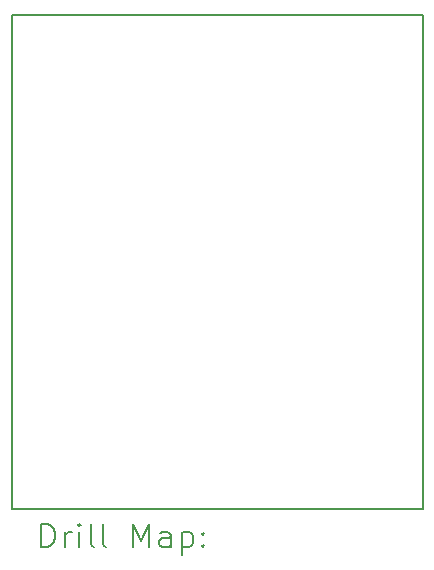
<source format=gbr>
%TF.GenerationSoftware,KiCad,Pcbnew,8.0.7-8.0.7-0~ubuntu22.04.1*%
%TF.CreationDate,2025-01-08T14:26:33-08:00*%
%TF.ProjectId,RFBackscatterV1,52464261-636b-4736-9361-747465725631,rev?*%
%TF.SameCoordinates,Original*%
%TF.FileFunction,Drillmap*%
%TF.FilePolarity,Positive*%
%FSLAX45Y45*%
G04 Gerber Fmt 4.5, Leading zero omitted, Abs format (unit mm)*
G04 Created by KiCad (PCBNEW 8.0.7-8.0.7-0~ubuntu22.04.1) date 2025-01-08 14:26:33*
%MOMM*%
%LPD*%
G01*
G04 APERTURE LIST*
%ADD10C,0.200000*%
G04 APERTURE END LIST*
D10*
X14640000Y-4500000D02*
X18123000Y-4500000D01*
X18123000Y-8686000D01*
X14640000Y-8686000D01*
X14640000Y-4500000D01*
X14890777Y-9007484D02*
X14890777Y-8807484D01*
X14890777Y-8807484D02*
X14938396Y-8807484D01*
X14938396Y-8807484D02*
X14966967Y-8817008D01*
X14966967Y-8817008D02*
X14986015Y-8836055D01*
X14986015Y-8836055D02*
X14995539Y-8855103D01*
X14995539Y-8855103D02*
X15005062Y-8893198D01*
X15005062Y-8893198D02*
X15005062Y-8921770D01*
X15005062Y-8921770D02*
X14995539Y-8959865D01*
X14995539Y-8959865D02*
X14986015Y-8978912D01*
X14986015Y-8978912D02*
X14966967Y-8997960D01*
X14966967Y-8997960D02*
X14938396Y-9007484D01*
X14938396Y-9007484D02*
X14890777Y-9007484D01*
X15090777Y-9007484D02*
X15090777Y-8874150D01*
X15090777Y-8912246D02*
X15100301Y-8893198D01*
X15100301Y-8893198D02*
X15109824Y-8883674D01*
X15109824Y-8883674D02*
X15128872Y-8874150D01*
X15128872Y-8874150D02*
X15147920Y-8874150D01*
X15214586Y-9007484D02*
X15214586Y-8874150D01*
X15214586Y-8807484D02*
X15205062Y-8817008D01*
X15205062Y-8817008D02*
X15214586Y-8826531D01*
X15214586Y-8826531D02*
X15224110Y-8817008D01*
X15224110Y-8817008D02*
X15214586Y-8807484D01*
X15214586Y-8807484D02*
X15214586Y-8826531D01*
X15338396Y-9007484D02*
X15319348Y-8997960D01*
X15319348Y-8997960D02*
X15309824Y-8978912D01*
X15309824Y-8978912D02*
X15309824Y-8807484D01*
X15443158Y-9007484D02*
X15424110Y-8997960D01*
X15424110Y-8997960D02*
X15414586Y-8978912D01*
X15414586Y-8978912D02*
X15414586Y-8807484D01*
X15671729Y-9007484D02*
X15671729Y-8807484D01*
X15671729Y-8807484D02*
X15738396Y-8950341D01*
X15738396Y-8950341D02*
X15805062Y-8807484D01*
X15805062Y-8807484D02*
X15805062Y-9007484D01*
X15986015Y-9007484D02*
X15986015Y-8902722D01*
X15986015Y-8902722D02*
X15976491Y-8883674D01*
X15976491Y-8883674D02*
X15957443Y-8874150D01*
X15957443Y-8874150D02*
X15919348Y-8874150D01*
X15919348Y-8874150D02*
X15900301Y-8883674D01*
X15986015Y-8997960D02*
X15966967Y-9007484D01*
X15966967Y-9007484D02*
X15919348Y-9007484D01*
X15919348Y-9007484D02*
X15900301Y-8997960D01*
X15900301Y-8997960D02*
X15890777Y-8978912D01*
X15890777Y-8978912D02*
X15890777Y-8959865D01*
X15890777Y-8959865D02*
X15900301Y-8940817D01*
X15900301Y-8940817D02*
X15919348Y-8931293D01*
X15919348Y-8931293D02*
X15966967Y-8931293D01*
X15966967Y-8931293D02*
X15986015Y-8921770D01*
X16081253Y-8874150D02*
X16081253Y-9074150D01*
X16081253Y-8883674D02*
X16100301Y-8874150D01*
X16100301Y-8874150D02*
X16138396Y-8874150D01*
X16138396Y-8874150D02*
X16157443Y-8883674D01*
X16157443Y-8883674D02*
X16166967Y-8893198D01*
X16166967Y-8893198D02*
X16176491Y-8912246D01*
X16176491Y-8912246D02*
X16176491Y-8969389D01*
X16176491Y-8969389D02*
X16166967Y-8988436D01*
X16166967Y-8988436D02*
X16157443Y-8997960D01*
X16157443Y-8997960D02*
X16138396Y-9007484D01*
X16138396Y-9007484D02*
X16100301Y-9007484D01*
X16100301Y-9007484D02*
X16081253Y-8997960D01*
X16262205Y-8988436D02*
X16271729Y-8997960D01*
X16271729Y-8997960D02*
X16262205Y-9007484D01*
X16262205Y-9007484D02*
X16252682Y-8997960D01*
X16252682Y-8997960D02*
X16262205Y-8988436D01*
X16262205Y-8988436D02*
X16262205Y-9007484D01*
X16262205Y-8883674D02*
X16271729Y-8893198D01*
X16271729Y-8893198D02*
X16262205Y-8902722D01*
X16262205Y-8902722D02*
X16252682Y-8893198D01*
X16252682Y-8893198D02*
X16262205Y-8883674D01*
X16262205Y-8883674D02*
X16262205Y-8902722D01*
M02*

</source>
